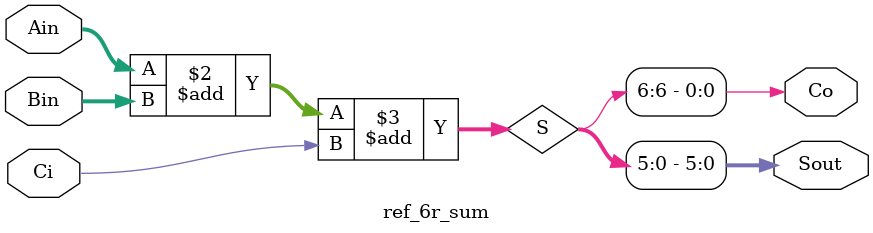
<source format=v>

module ref_6r_sum (Ain, Bin, Ci, Sout, Co);
    input  [5:0] Ain, Bin;
    input        Ci;
    output [5:0] Sout;
    output       Co;

    reg [6:0] S;

    always @(*) begin
        S = Ain + Bin + Ci;
    end

    assign Sout = S[5:0];
    assign Co   = S[6];
endmodule

</source>
